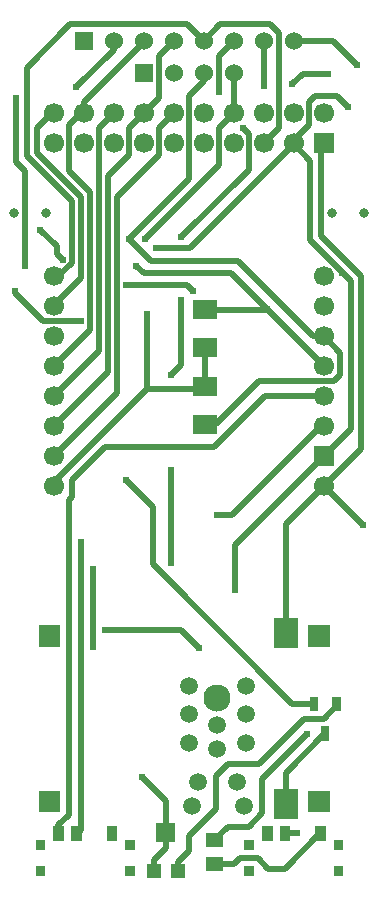
<source format=gbl>
G04 Layer: BottomLayer*
G04 EasyEDA v6.3.53, 2020-06-09T14:14:43+03:00*
G04 a51f4f2b25e24b5fbe4c92ec4cc42c38,99c43f6f433d4c2593b99c8e01114625,10*
G04 Gerber Generator version 0.2*
G04 Scale: 100 percent, Rotated: No, Reflected: No *
G04 Dimensions in millimeters *
G04 leading zeros omitted , absolute positions ,3 integer and 3 decimal *
%FSLAX33Y33*%
%MOMM*%
G90*
G71D02*

%ADD11C,0.508000*%
%ADD13C,0.620014*%
%ADD14C,0.619760*%
%ADD21C,1.499997*%
%ADD22C,2.299995*%
%ADD25C,1.699997*%
%ADD26C,1.524000*%
%ADD27R,1.524000X1.524000*%
%ADD28C,0.799998*%
%ADD35R,1.999996X2.499995*%

%LPD*%
G54D11*
G01X19176Y71114D02*
G01X17907Y69845D01*
G01X17907Y66802D01*
G01X25400Y12446D02*
G01X21590Y8636D01*
G01X21590Y5715D01*
G01X20447Y4572D01*
G01X18669Y4572D01*
G01X17526Y3429D01*
G01X13843Y26924D02*
G01X13843Y34798D01*
G01X10033Y33909D02*
G01X12319Y31623D01*
G01X12319Y26797D01*
G01X24130Y14986D01*
G01X25852Y14986D01*
G01X25908Y14930D01*
G01X26924Y12466D02*
G01X23622Y9144D01*
G01X23622Y6477D01*
G01X29718Y36322D02*
G01X29972Y36576D01*
G01X29972Y51181D01*
G01X26543Y54610D01*
G01X26543Y62357D01*
G01X26797Y62357D01*
G01X26797Y35941D02*
G01X29083Y38227D01*
G01X29083Y50800D01*
G01X28448Y51435D01*
G01X4318Y3937D02*
G01X4318Y4699D01*
G01X5207Y5588D01*
G01X5207Y32258D01*
G01X5461Y32512D01*
G01X5461Y33909D01*
G01X8270Y36718D01*
G01X17541Y36718D01*
G01X21844Y41021D01*
G01X26797Y41021D01*
G01X8255Y21209D02*
G01X14732Y21209D01*
G01X16256Y19685D01*
G01X5842Y3937D02*
G01X6223Y4318D01*
G01X6223Y28702D01*
G01X28448Y51435D02*
G01X25654Y54229D01*
G01X25654Y60960D01*
G01X24257Y62357D01*
G01X24257Y62357D02*
G01X15494Y53594D01*
G01X12573Y53594D01*
G01X26797Y46101D02*
G01X28194Y44704D01*
G01X28194Y42799D01*
G01X27686Y42291D01*
G01X21336Y42291D01*
G01X17703Y38658D01*
G01X16764Y38658D01*
G01X3937Y43561D02*
G01X6985Y46609D01*
G01X6985Y58293D01*
G01X5207Y60071D01*
G01X5207Y64008D01*
G01X6223Y65024D01*
G01X6477Y65024D01*
G01X3937Y41021D02*
G01X7747Y44831D01*
G01X7747Y63754D01*
G01X9017Y65024D01*
G01X3937Y38481D02*
G01X8509Y43053D01*
G01X8509Y59690D01*
G01X10287Y61468D01*
G01X10287Y63754D01*
G01X11557Y65024D01*
G01X3937Y35941D02*
G01X9271Y41275D01*
G01X9271Y57912D01*
G01X12827Y61468D01*
G01X12827Y63754D01*
G01X14097Y65024D01*
G01X10287Y54356D02*
G01X12192Y52451D01*
G01X19558Y52451D01*
G01X25908Y46101D01*
G01X26797Y46101D01*
G01X11684Y54356D02*
G01X17907Y60579D01*
G01X17907Y63754D01*
G01X19177Y65024D01*
G01X19177Y65024D02*
G01X19177Y68272D01*
G01X19177Y68399D01*
G01X14732Y54483D02*
G01X20447Y60198D01*
G01X20447Y63246D01*
G01X19939Y63754D01*
G01X26797Y35941D02*
G01X19304Y28448D01*
G01X19304Y24638D01*
G01X26797Y38481D02*
G01X26543Y38481D01*
G01X19050Y30988D01*
G01X17780Y30988D01*
G01X6477Y65024D02*
G01X6477Y65913D01*
G01X11557Y70993D01*
G01X11557Y71114D01*
G01X3937Y48641D02*
G01X3937Y48768D01*
G01X6223Y51054D01*
G01X6223Y57912D01*
G01X2540Y61595D01*
G01X2540Y63754D01*
G01X3810Y65024D01*
G01X3937Y65024D01*
G01X13428Y4086D02*
G01X13428Y2760D01*
G01X12407Y1739D01*
G01X12407Y949D01*
G01X21971Y48387D02*
G01X18923Y51435D01*
G01X11557Y51435D01*
G01X10922Y52070D01*
G01X26797Y33401D02*
G01X29718Y36322D01*
G01X24511Y4064D02*
G01X23622Y4064D01*
G01X26797Y33401D02*
G01X23622Y30226D01*
G01X23622Y21082D01*
G01X16764Y41859D02*
G01X16560Y41656D01*
G01X11811Y41656D01*
G01X3937Y33401D02*
G01X3937Y33782D01*
G01X11811Y41656D01*
G01X11811Y41656D02*
G01X11811Y48006D01*
G01X14429Y787D02*
G01X14429Y1602D01*
G01X15367Y2540D01*
G01X15367Y3810D01*
G01X17653Y6096D01*
G01X17653Y8890D01*
G01X18669Y9906D01*
G01X21336Y9906D01*
G01X25133Y13703D01*
G01X26784Y13703D01*
G01X27940Y14859D01*
G01X27940Y14986D01*
G01X1524Y52070D02*
G01X1524Y60071D01*
G01X762Y60833D01*
G01X762Y66294D01*
G01X6223Y47371D02*
G01X3048Y47371D01*
G01X635Y49784D01*
G01X635Y49911D01*
G01X4699Y52578D02*
G01X4191Y53086D01*
G01X4191Y53721D01*
G01X2794Y55118D01*
G01X16764Y41858D02*
G01X16764Y45136D01*
G01X21971Y48387D02*
G01X21971Y48387D01*
G01X21919Y48335D01*
G01X16764Y48335D01*
G01X30099Y30099D02*
G01X26797Y33401D01*
G01X14732Y49149D02*
G01X14732Y43688D01*
G01X13843Y42799D01*
G01X26797Y43561D02*
G01X21971Y48387D01*
G01X15748Y49911D02*
G01X15240Y50419D01*
G01X10033Y50419D01*
G01X10287Y54356D02*
G01X15367Y59436D01*
G01X15367Y66421D01*
G01X16637Y67691D01*
G01X16637Y68399D01*
G01X5842Y67183D02*
G01X9016Y70357D01*
G01X9016Y71114D01*
G01X11557Y65024D02*
G01X12827Y66294D01*
G01X12827Y69844D01*
G01X14097Y71114D01*
G01X16637Y71120D02*
G01X18034Y72517D01*
G01X22225Y72517D01*
G01X22987Y71755D01*
G01X22987Y63759D01*
G01X21717Y62489D01*
G01X3937Y51181D02*
G01X4318Y51181D01*
G01X5461Y52324D01*
G01X5461Y57531D01*
G01X1651Y61341D01*
G01X1651Y68834D01*
G01X5334Y72517D01*
G01X15234Y72517D01*
G01X16637Y71114D01*
G01X21717Y67310D02*
G01X21717Y71113D01*
G01X21716Y71114D01*
G01X7239Y26416D02*
G01X7239Y20447D01*
G01X7239Y20447D02*
G01X7239Y20193D01*
G01X7239Y20193D02*
G01X7239Y19812D01*
G01X13429Y4084D02*
G01X13429Y6763D01*
G01X11430Y8763D01*
G01X24257Y62357D02*
G01X24257Y62738D01*
G01X25527Y64008D01*
G01X25527Y65913D01*
G01X26035Y66421D01*
G01X27940Y66421D01*
G01X28829Y65532D01*
G01X29591Y69088D02*
G01X27553Y71125D01*
G01X24257Y71125D01*
G01X24130Y67437D02*
G01X25019Y68326D01*
G01X27178Y68326D01*
G01X17526Y1397D02*
G01X19177Y1397D01*
G01X19685Y1905D01*
G01X21209Y1905D01*
G01X22098Y1016D01*
G01X23495Y1016D01*
G01X26479Y4000D01*
G01X26507Y4000D01*
G36*
G01X15764Y45936D02*
G01X15764Y44335D01*
G01X17763Y44335D01*
G01X17763Y45936D01*
G01X15764Y45936D01*
G37*
G36*
G01X15764Y49136D02*
G01X15764Y47535D01*
G01X17763Y47535D01*
G01X17763Y49136D01*
G01X15764Y49136D01*
G37*
G36*
G01X17763Y37858D02*
G01X17763Y39459D01*
G01X15764Y39459D01*
G01X15764Y37858D01*
G01X17763Y37858D01*
G37*
G36*
G01X17763Y41058D02*
G01X17763Y42659D01*
G01X15764Y42659D01*
G01X15764Y41058D01*
G01X17763Y41058D01*
G37*
G36*
G01X16801Y1977D02*
G01X16801Y816D01*
G01X18250Y816D01*
G01X18250Y1977D01*
G01X16801Y1977D01*
G37*
G36*
G01X16801Y4009D02*
G01X16801Y2848D01*
G01X18250Y2848D01*
G01X18250Y4009D01*
G01X16801Y4009D01*
G37*
G36*
G01X14229Y4885D02*
G01X12628Y4885D01*
G01X12628Y3285D01*
G01X14229Y3285D01*
G01X14229Y4885D01*
G37*
G36*
G01X13028Y1385D02*
G01X11829Y1385D01*
G01X11829Y185D01*
G01X13028Y185D01*
G01X13028Y1385D01*
G37*
G36*
G01X15028Y1385D02*
G01X13829Y1385D01*
G01X13829Y185D01*
G01X15028Y185D01*
G01X15028Y1385D01*
G37*
G36*
G01X3203Y3474D02*
G01X2404Y3474D01*
G01X2404Y2574D01*
G01X3203Y2574D01*
G01X3203Y3474D01*
G37*
G36*
G01X3203Y1274D02*
G01X2404Y1274D01*
G01X2404Y374D01*
G01X3203Y374D01*
G01X3203Y1274D01*
G37*
G36*
G01X10803Y1274D02*
G01X10004Y1274D01*
G01X10004Y374D01*
G01X10803Y374D01*
G01X10803Y1274D01*
G37*
G36*
G01X10803Y3474D02*
G01X10004Y3474D01*
G01X10004Y2574D01*
G01X10803Y2574D01*
G01X10803Y3474D01*
G37*
G36*
G01X8404Y4624D02*
G01X8404Y3374D01*
G01X9304Y3374D01*
G01X9304Y4624D01*
G01X8404Y4624D01*
G37*
G36*
G01X3904Y4624D02*
G01X3904Y3374D01*
G01X4804Y3374D01*
G01X4804Y4624D01*
G01X3904Y4624D01*
G37*
G36*
G01X5404Y4624D02*
G01X5404Y3374D01*
G01X6304Y3374D01*
G01X6304Y4624D01*
G01X5404Y4624D01*
G37*
G36*
G01X20856Y3474D02*
G01X20057Y3474D01*
G01X20057Y2574D01*
G01X20856Y2574D01*
G01X20856Y3474D01*
G37*
G36*
G01X20856Y1274D02*
G01X20057Y1274D01*
G01X20057Y374D01*
G01X20856Y374D01*
G01X20856Y1274D01*
G37*
G36*
G01X28456Y1274D02*
G01X27657Y1274D01*
G01X27657Y374D01*
G01X28456Y374D01*
G01X28456Y1274D01*
G37*
G36*
G01X28456Y3474D02*
G01X27657Y3474D01*
G01X27657Y2574D01*
G01X28456Y2574D01*
G01X28456Y3474D01*
G37*
G36*
G01X26057Y4624D02*
G01X26057Y3374D01*
G01X26957Y3374D01*
G01X26957Y4624D01*
G01X26057Y4624D01*
G37*
G36*
G01X21557Y4624D02*
G01X21557Y3374D01*
G01X22457Y3374D01*
G01X22457Y4624D01*
G01X21557Y4624D01*
G37*
G36*
G01X23057Y4624D02*
G01X23057Y3374D01*
G01X23957Y3374D01*
G01X23957Y4624D01*
G01X23057Y4624D01*
G37*
G36*
G01X27274Y13091D02*
G01X26573Y13091D01*
G01X26573Y11841D01*
G01X27274Y11841D01*
G01X27274Y13091D01*
G37*
G36*
G01X28223Y15590D02*
G01X27523Y15590D01*
G01X27523Y14340D01*
G01X28223Y14340D01*
G01X28223Y15590D01*
G37*
G36*
G01X26324Y15590D02*
G01X25624Y15590D01*
G01X25624Y14340D01*
G01X26324Y14340D01*
G01X26324Y15590D01*
G37*
G54D35*
G01X23622Y6477D03*
G01X23622Y20955D03*
G54D21*
G01X15367Y16510D03*
G01X15367Y11684D03*
G01X20193Y16510D03*
G01X20193Y11684D03*
G54D22*
G01X17780Y15494D03*
G54D21*
G01X16129Y8382D03*
G01X19431Y8382D03*
G01X17780Y13208D03*
G01X15367Y14097D03*
G01X20193Y14097D03*
G01X15621Y6350D03*
G01X20066Y6350D03*
G01X17780Y11176D03*
G36*
G01X4483Y5816D02*
G01X4483Y7614D01*
G01X2684Y7614D01*
G01X2684Y5816D01*
G01X4483Y5816D01*
G37*
G36*
G01X4483Y19817D02*
G01X4483Y21615D01*
G01X2684Y21615D01*
G01X2684Y19817D01*
G01X4483Y19817D01*
G37*
G36*
G01X27287Y5816D02*
G01X27287Y7614D01*
G01X25488Y7614D01*
G01X25488Y5816D01*
G01X27287Y5816D01*
G37*
G36*
G01X27287Y19817D02*
G01X27287Y21615D01*
G01X25488Y21615D01*
G01X25488Y19817D01*
G01X27287Y19817D01*
G37*
G36*
G01X27646Y63333D02*
G01X25947Y63333D01*
G01X25947Y61634D01*
G01X27646Y61634D01*
G01X27646Y63333D01*
G37*
G54D25*
G01X26797Y65024D03*
G01X24257Y62484D03*
G01X24257Y65024D03*
G01X21717Y62484D03*
G01X21717Y65024D03*
G01X19177Y62484D03*
G01X19177Y65024D03*
G01X16637Y62484D03*
G01X16637Y65024D03*
G01X14097Y62484D03*
G01X14097Y65024D03*
G01X11557Y62484D03*
G01X11557Y65024D03*
G01X9017Y62484D03*
G01X9017Y65024D03*
G01X6477Y62484D03*
G01X6477Y65024D03*
G01X3937Y62484D03*
G01X3937Y65024D03*
G01X3937Y33401D03*
G01X3937Y35941D03*
G01X3937Y38481D03*
G01X3937Y41021D03*
G01X3937Y43561D03*
G01X3937Y46101D03*
G01X3937Y48641D03*
G01X3937Y51181D03*
G01X26797Y33401D03*
G36*
G01X25946Y36791D02*
G01X27647Y36791D01*
G01X27647Y35090D01*
G01X25946Y35090D01*
G01X25946Y36791D01*
G37*
G01X26797Y38481D03*
G01X26797Y41021D03*
G01X26797Y43561D03*
G01X26797Y46101D03*
G01X26797Y48641D03*
G01X26797Y51181D03*
G54D26*
G01X14096Y71114D03*
G01X16636Y71114D03*
G01X19176Y71114D03*
G01X21716Y71114D03*
G01X11556Y71114D03*
G01X9016Y71114D03*
G54D27*
G01X6477Y71114D03*
G54D26*
G01X24258Y71125D03*
G54D28*
G01X543Y56515D03*
G01X3243Y56515D03*
G01X30190Y56515D03*
G01X27490Y56515D03*
G54D27*
G01X11557Y68398D03*
G54D26*
G01X14097Y68399D03*
G01X16637Y68399D03*
G01X19177Y68399D03*
G54D13*
G01X12573Y53594D03*
G01X10922Y52070D03*
G01X11684Y54356D03*
G01X10287Y54356D03*
G01X19304Y24638D03*
G01X11811Y48006D03*
G54D14*
G01X16256Y19685D03*
G54D13*
G01X5842Y67183D03*
G01X15748Y49911D03*
G01X10033Y50419D03*
G01X17780Y30988D03*
G01X8255Y21209D03*
G01X24511Y4064D03*
G01X28829Y65532D03*
G01X6223Y28702D03*
G01X1524Y52070D03*
G01X762Y66294D03*
G01X6223Y47371D03*
G01X635Y49911D03*
G01X4699Y52578D03*
G01X2794Y55118D03*
G01X28321Y51435D03*
G01X30099Y30099D03*
G01X10033Y33909D03*
G01X13843Y26924D03*
G01X13843Y34798D03*
G01X14732Y54483D03*
G01X19939Y63754D03*
G01X11811Y41656D03*
G01X13843Y42799D03*
G01X14732Y49149D03*
G01X21971Y48387D03*
G01X21717Y67310D03*
G01X25400Y12446D03*
G01X7239Y26416D03*
G01X7239Y19812D03*
G01X11430Y8763D03*
G01X29591Y69088D03*
G01X24130Y67437D03*
G01X27178Y68326D03*
G01X17907Y66802D03*
M00*
M02*

</source>
